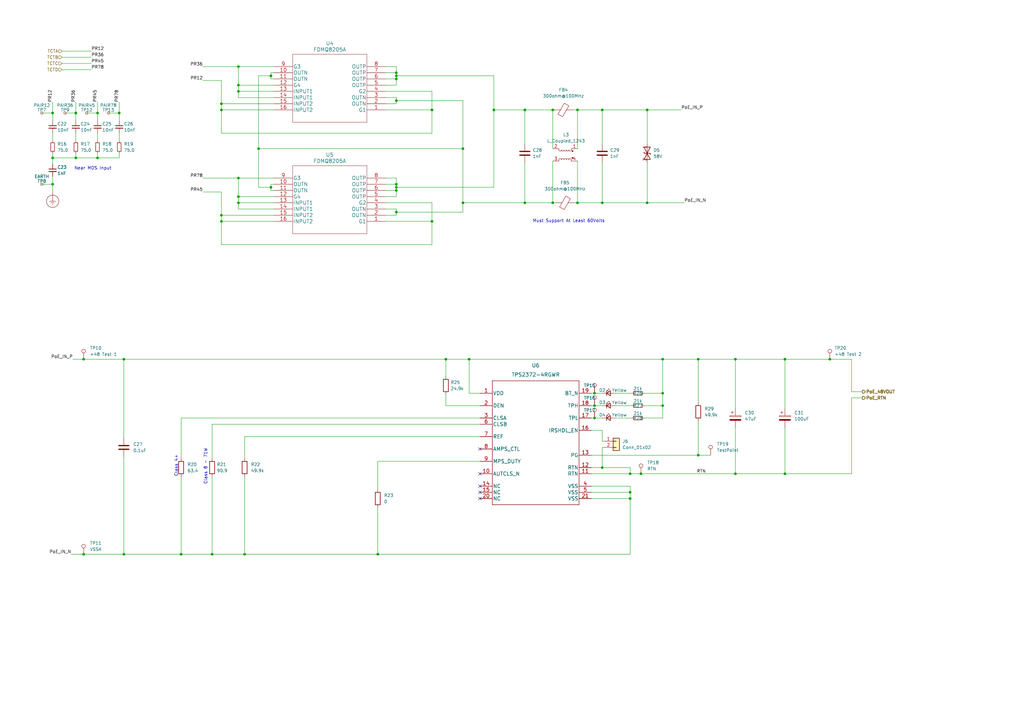
<source format=kicad_sch>
(kicad_sch (version 20211123) (generator eeschema)
  (paper "A3")
  (title_block (title "TPS2372-4 PoE to DC Sub System") (date "2022-07-17") (rev "0.1") (company "Zihao Pu"))
  (lib_symbols
    (symbol "C_Polarized_1" (pin_numbers hide) (pin_names (offset 0.254) hide)
      (property "Reference" "C" (at 0.635 2.54 0))
      (property "Value" "C_Polarized_1" (at 0.635 -2.54 0))
      (symbol "C_Polarized_1_0_1"
        (rectangle (start -2.286 0.508) (end 2.286 1.016))
        (polyline (pts (xy -1.778 2.286) (xy -0.762 2.286)))
        (polyline (pts (xy -1.27 2.794) (xy -1.27 1.778)))
        (rectangle (start 2.286 -0.508) (end -2.286 -1.016) (fill (type outline)))
      )
      (symbol "C_Polarized_1_1_1"
        (pin passive line (at 0 3.81 270) (length 2.794) (name "~") (number "1"))
        (pin passive line (at 0 -3.81 90) (length 2.794) (name "~") (number "2"))
      )
    )
    (symbol "Connector:TestPoint" (pin_numbers hide) (pin_names (offset 0.762) hide)
      (property "Reference" "TP" (at 0 6.858 0))
      (property "Value" "TestPoint" (at 0 5.08 0))
      (symbol "TestPoint_0_1"
        (circle (center 0 3.302) (radius 0.762))
      )
      (symbol "TestPoint_1_1"
        (pin passive line (at 0 0 90) (length 2.54) (name "1") (number "1"))
      )
    )
    (symbol "Connector:TestPoint_Small" (pin_numbers hide) (pin_names (offset 0.762) hide)
      (property "Reference" "TP" (at 0 3.81 0))
      (property "Value" "TestPoint_Small" (at 0 2.032 0))
      (symbol "TestPoint_Small_0_1"
        (circle (center 0 0) (radius 0.508))
      )
      (symbol "TestPoint_Small_1_1"
        (pin passive line (at 0 0 90) (length 0) (name "1") (number "1"))
      )
    )
    (symbol "Connector_Generic:Conn_01x02" (pin_names (offset 1.016) hide)
      (property "Reference" "J" (at 0 2.54 0))
      (property "Value" "Conn_01x02" (at 0 -5.08 0))
      (symbol "Conn_01x02_1_1"
        (rectangle (start -1.27 -2.413) (end 0 -2.667) (stroke (width 0.1524)))
        (rectangle (start -1.27 0.127) (end 0 -0.127) (stroke (width 0.1524)))
        (rectangle (start -1.27 1.27) (end 1.27 -3.81) (stroke (width 0.254)) (fill (type background)))
        (pin passive line (at -5.08 0 0) (length 3.81) (name "Pin_1") (number "1"))
        (pin passive line (at -5.08 -2.54 0) (length 3.81) (name "Pin_2") (number "2"))
      )
    )
    (symbol "Device:C" (pin_numbers hide) (pin_names (offset 0.254))
      (property "Reference" "C" (at 0.635 2.54 0))
      (property "Value" "C" (at 0.635 -2.54 0))
      (symbol "C_0_1"
        (polyline (pts (xy -2.032 -0.762) (xy 2.032 -0.762)) (stroke (width 0.508)))
        (polyline (pts (xy -2.032 0.762) (xy 2.032 0.762)) (stroke (width 0.508)))
      )
      (symbol "C_1_1"
        (pin passive line (at 0 3.81 270) (length 2.794) (name "~") (number "1"))
        (pin passive line (at 0 -3.81 90) (length 2.794) (name "~") (number "2"))
      )
    )
    (symbol "Device:C_Polarized" (pin_numbers hide) (pin_names (offset 0.254))
      (property "Reference" "C" (at 0.635 2.54 0))
      (property "Value" "C_Polarized" (at 0.635 -2.54 0))
      (symbol "C_Polarized_0_1"
        (rectangle (start -2.286 0.508) (end 2.286 1.016))
        (polyline (pts (xy -1.778 2.286) (xy -0.762 2.286)))
        (polyline (pts (xy -1.27 2.794) (xy -1.27 1.778)))
        (rectangle (start 2.286 -0.508) (end -2.286 -1.016) (fill (type outline)))
      )
      (symbol "C_Polarized_1_1"
        (pin passive line (at 0 3.81 270) (length 2.794) (name "~") (number "1"))
        (pin passive line (at 0 -3.81 90) (length 2.794) (name "~") (number "2"))
      )
    )
    (symbol "Device:C_Small" (pin_numbers hide) (pin_names (offset 0.254) hide)
      (property "Reference" "C" (at 0.254 1.778 0))
      (property "Value" "C_Small" (at 0.254 -2.032 0))
      (symbol "C_Small_0_1"
        (polyline (pts (xy -1.524 -0.508) (xy 1.524 -0.508)) (stroke (width 0.3302)))
        (polyline (pts (xy -1.524 0.508) (xy 1.524 0.508)) (stroke (width 0.3048)))
      )
      (symbol "C_Small_1_1"
        (pin passive line (at 0 2.54 270) (length 2.032) (name "~") (number "1"))
        (pin passive line (at 0 -2.54 90) (length 2.032) (name "~") (number "2"))
      )
    )
    (symbol "Device:D_TVS" (pin_names (offset 1.016) hide)
      (property "Reference" "D" (at 0 2.54 0))
      (property "Value" "D_TVS" (at 0 -2.54 0))
      (symbol "D_TVS_0_1"
        (polyline (pts (xy 1.27 0) (xy -1.27 0)))
        (polyline (pts (xy 0.508 1.27) (xy 0 1.27) (xy 0 -1.27) (xy -0.508 -1.27)) (stroke (width 0.254)))
        (polyline (pts (xy -2.54 1.27) (xy -2.54 -1.27) (xy 2.54 1.27) (xy 2.54 -1.27) (xy -2.54 1.27)) (stroke (width 0.254)))
      )
      (symbol "D_TVS_1_1"
        (pin passive line (at -3.81 0 0) (length 2.54) (name "A1") (number "1"))
        (pin passive line (at 3.81 0 180) (length 2.54) (name "A2") (number "2"))
      )
    )
    (symbol "Device:FerriteBead" (pin_numbers hide) (pin_names (offset 0))
      (property "Reference" "FB" (at -3.81 0.635 90))
      (property "Value" "FerriteBead" (at 3.81 0 90))
      (symbol "FerriteBead_0_1"
        (polyline (pts (xy 0 -1.27) (xy 0 -1.2192)))
        (polyline (pts (xy 0 1.27) (xy 0 1.2954)))
        (polyline (pts (xy -2.7686 0.4064) (xy -1.7018 2.2606) (xy 2.7686 -0.3048) (xy 1.6764 -2.159) (xy -2.7686 0.4064)))
      )
      (symbol "FerriteBead_1_1"
        (pin passive line (at 0 3.81 270) (length 2.54) (name "~") (number "1"))
        (pin passive line (at 0 -3.81 90) (length 2.54) (name "~") (number "2"))
      )
    )
    (symbol "Device:LED_Small" (pin_numbers hide) (pin_names (offset 0.254) hide)
      (property "Reference" "D" (at -1.27 3.175 0))
      (property "Value" "LED_Small" (at -4.445 -2.54 0))
      (symbol "LED_Small_0_1"
        (polyline (pts (xy -0.762 -1.016) (xy -0.762 1.016)) (stroke (width 0.254)))
        (polyline (pts (xy 1.016 0) (xy -0.762 0)))
        (polyline (pts (xy 0.762 -1.016) (xy -0.762 0) (xy 0.762 1.016) (xy 0.762 -1.016)) (stroke (width 0.254)))
        (polyline (pts (xy 0 0.762) (xy -0.508 1.27) (xy -0.254 1.27) (xy -0.508 1.27) (xy -0.508 1.016)))
        (polyline (pts (xy 0.508 1.27) (xy 0 1.778) (xy 0.254 1.778) (xy 0 1.778) (xy 0 1.524)))
      )
      (symbol "LED_Small_1_1"
        (pin passive line (at -2.54 0 0) (length 1.778) (name "K") (number "1"))
        (pin passive line (at 2.54 0 180) (length 1.778) (name "A") (number "2"))
      )
    )
    (symbol "Device:L_Coupled_1243" (pin_names (offset 0.254) hide)
      (property "Reference" "L" (at 0 4.445 0))
      (property "Value" "L_Coupled_1243" (at 0 -4.445 0))
      (symbol "L_Coupled_1243_0_1"
        (circle (center -3.048 -1.27) (radius 0.254) (fill (type outline)))
        (circle (center -3.048 1.524) (radius 0.254) (fill (type outline)))
        (arc (start -2.54 2.032) (mid -2.032 1.524) (end -1.524 2.032))
        (arc (start -1.524 -2.032) (mid -2.032 -1.524) (end -2.54 -2.032))
        (arc (start -1.524 2.032) (mid -1.016 1.524) (end -0.508 2.032))
        (arc (start -0.508 -2.032) (mid -1.016 -1.524) (end -1.524 -2.032))
        (arc (start -0.508 2.032) (mid 0 1.524) (end 0.508 2.032))
        (polyline (pts (xy -2.54 -2.032) (xy -2.54 -2.54)))
        (polyline (pts (xy -2.54 2.032) (xy -2.54 2.54)))
        (polyline (pts (xy 2.54 -2.032) (xy 2.54 -2.54)))
        (polyline (pts (xy 2.54 2.54) (xy 2.54 2.032)))
        (arc (start 0.508 -2.032) (mid 0 -1.524) (end -0.508 -2.032))
        (arc (start 0.508 2.032) (mid 1.016 1.524) (end 1.524 2.032))
        (arc (start 1.524 -2.032) (mid 1.016 -1.524) (end 0.508 -2.032))
        (arc (start 1.524 2.032) (mid 2.032 1.524) (end 2.54 2.032))
        (arc (start 2.54 -2.032) (mid 2.032 -1.524) (end 1.524 -2.032))
      )
      (symbol "L_Coupled_1243_1_1"
        (pin passive line (at -5.08 2.54 0) (length 2.54) (name "1") (number "1"))
        (pin passive line (at 5.08 2.54 180) (length 2.54) (name "2") (number "2"))
        (pin passive line (at 5.08 -2.54 180) (length 2.54) (name "3") (number "3"))
        (pin passive line (at -5.08 -2.54 0) (length 2.54) (name "4") (number "4"))
      )
    )
    (symbol "Device:R" (pin_numbers hide) (pin_names (offset 0))
      (property "Reference" "R" (at 2.032 0 90))
      (property "Value" "R" (at 0 0 90))
      (symbol "R_0_1"
        (rectangle (start -1.016 -2.54) (end 1.016 2.54) (stroke (width 0.254)))
      )
      (symbol "R_1_1"
        (pin passive line (at 0 3.81 270) (length 1.27) (name "~") (number "1"))
        (pin passive line (at 0 -3.81 90) (length 1.27) (name "~") (number "2"))
      )
    )
    (symbol "Device:R_Small" (pin_numbers hide) (pin_names (offset 0.254) hide)
      (property "Reference" "R" (at 0.762 0.508 0))
      (property "Value" "R_Small" (at 0.762 -1.016 0))
      (symbol "R_Small_0_1"
        (rectangle (start -0.762 1.778) (end 0.762 -1.778) (stroke (width 0.2032)))
      )
      (symbol "R_Small_1_1"
        (pin passive line (at 0 2.54 270) (length 0.762) (name "~") (number "1"))
        (pin passive line (at 0 -2.54 90) (length 0.762) (name "~") (number "2"))
      )
    )
    (symbol "FDMQ8205A:FDMQ8205A" (pin_names (offset 0.254))
      (property "Reference" "U" (at 22.86 10.16 0))
      (property "Value" "FDMQ8205A" (at 22.86 7.62 0))
      (symbol "FDMQ8205A_1_1"
        (polyline (pts (xy 7.62 -22.86) (xy 38.1 -22.86)) (stroke (width 0.127)))
        (polyline (pts (xy 7.62 5.08) (xy 7.62 -22.86)) (stroke (width 0.127)))
        (polyline (pts (xy 38.1 -22.86) (xy 38.1 5.08)) (stroke (width 0.127)))
        (polyline (pts (xy 38.1 5.08) (xy 7.62 5.08)) (stroke (width 0.127)))
        (pin unspecified line (at 0 0 0) (length 7.62) (name "G1") (number "1"))
        (pin output line (at 45.72 -15.24 180) (length 7.62) (name "OUTN") (number "10"))
        (pin output line (at 45.72 -12.7 180) (length 7.62) (name "OUTN") (number "11"))
        (pin unspecified line (at 45.72 -10.16 180) (length 7.62) (name "G4") (number "12"))
        (pin input line (at 45.72 -7.62 180) (length 7.62) (name "INPUT1") (number "13"))
        (pin input line (at 45.72 -5.08 180) (length 7.62) (name "INPUT1") (number "14"))
        (pin input line (at 45.72 -2.54 180) (length 7.62) (name "INPUT2") (number "15"))
        (pin input line (at 45.72 0 180) (length 7.62) (name "INPUT2") (number "16"))
        (pin output line (at 0 -2.54 0) (length 7.62) (name "OUTN") (number "2"))
        (pin output line (at 0 -5.08 0) (length 7.62) (name "OUTN") (number "3"))
        (pin unspecified line (at 0 -7.62 0) (length 7.62) (name "G2") (number "4"))
        (pin output line (at 0 -10.16 0) (length 7.62) (name "OUTP") (number "5"))
        (pin output line (at 0 -12.7 0) (length 7.62) (name "OUTP") (number "6"))
        (pin output line (at 0 -15.24 0) (length 7.62) (name "OUTP") (number "7"))
        (pin output line (at 0 -17.78 0) (length 7.62) (name "OUTP") (number "8"))
        (pin unspecified line (at 45.72 -17.78 180) (length 7.62) (name "G3") (number "9"))
      )
    )
    (symbol "TPS2372:TPS2372-3RGWR" (pin_names (offset 0.254))
      (property "Reference" "U" (at 0 2.54 0))
      (property "Value" "TPS2372-3RGWR" (at 0 0 0))
      (symbol "TPS2372-3RGWR_1_1"
        (polyline (pts (xy -17.78 -25.4) (xy 17.78 -25.4)) (stroke (width 0.2032)))
        (polyline (pts (xy -17.78 25.4) (xy -17.78 -25.4)) (stroke (width 0.2032)))
        (polyline (pts (xy 17.78 -25.4) (xy 17.78 25.4)) (stroke (width 0.2032)))
        (polyline (pts (xy 17.78 25.4) (xy -17.78 25.4)) (stroke (width 0.2032)))
        (pin power_in line (at -22.86 20.32 0) (length 5.08) (name "VDD") (number "1"))
        (pin input line (at -22.86 -12.7 0) (length 5.08) (name "AUTCLS_N") (number "10"))
        (pin power_in line (at 22.86 -12.7 180) (length 5.08) (name "RTN") (number "11"))
        (pin power_in line (at 22.86 -10.16 180) (length 5.08) (name "RTN") (number "12"))
        (pin open_collector line (at 22.86 -5.08 180) (length 5.08) (name "PG") (number "13"))
        (pin unspecified line (at -22.86 -17.78 0) (length 5.08) (name "NC") (number "14"))
        (pin unspecified line (at -22.86 -20.32 0) (length 5.08) (name "NC") (number "15"))
        (pin input line (at 22.86 5.08 180) (length 5.08) (name "IRSHDL_EN") (number "16"))
        (pin output line (at 22.86 10.16 180) (length 5.08) (name "TPL") (number "17"))
        (pin output line (at 22.86 15.24 180) (length 5.08) (name "TPH") (number "18"))
        (pin input line (at 22.86 20.32 180) (length 5.08) (name "BT_N") (number "19"))
        (pin bidirectional line (at -22.86 15.24 0) (length 5.08) (name "DEN") (number "2"))
        (pin unspecified line (at -22.86 -22.86 0) (length 5.08) (name "NC") (number "20"))
        (pin power_in line (at 22.86 -22.86 180) (length 5.08) (name "VSS") (number "21"))
        (pin output line (at -22.86 10.16 0) (length 5.08) (name "CLSA") (number "3"))
        (pin power_in line (at 22.86 -17.78 180) (length 5.08) (name "VSS") (number "4"))
        (pin power_in line (at 22.86 -20.32 180) (length 5.08) (name "VSS") (number "5"))
        (pin output line (at -22.86 7.62 0) (length 5.08) (name "CLSB") (number "6"))
        (pin output line (at -22.86 2.54 0) (length 5.08) (name "REF") (number "7"))
        (pin output line (at -22.86 -2.54 0) (length 5.08) (name "AMPS_CTL") (number "8"))
        (pin input line (at -22.86 -7.62 0) (length 5.08) (name "MPS_DUTY") (number "9"))
      )
    )
    (symbol "power:Earth_Protective" (power) (pin_names (offset 0))
      (symbol "Earth_Protective_0_1"
        (circle (center 0 -3.81) (radius 2.54))
        (polyline (pts (xy -0.635 -4.445) (xy 0.635 -4.445)))
        (polyline (pts (xy -0.127 -5.08) (xy 0.127 -5.08)))
        (polyline (pts (xy 0 -3.81) (xy 0 0)))
        (polyline (pts (xy 1.27 -3.81) (xy -1.27 -3.81)))
      )
      (symbol "Earth_Protective_1_1"
        (pin power_in line (at 0 0 270) (length 0) hide (name "Earth_Protective") (number "1"))
      )
    )
  )
  (junction (at 321.945 194.31))
  (junction (at 243.84 171.45))
  (junction (at 226.695 45.085))
  (junction (at 162.56 31.115))
  (junction (at 162.56 41.275))
  (junction (at 226.695 83.185))
  (junction (at 271.78 166.37))
  (junction (at 265.43 45.085))
  (junction (at 90.805 88.265))
  (junction (at 258.445 204.47))
  (junction (at 90.805 90.805))
  (junction (at 202.565 45.085))
  (junction (at 301.625 147.32))
  (junction (at 162.56 75.565))
  (junction (at 177.165 90.805))
  (junction (at 301.625 194.31))
  (junction (at 262.89 194.31))
  (junction (at 258.445 194.31))
  (junction (at 321.945 147.32))
  (junction (at 189.865 60.96))
  (junction (at 265.43 83.185))
  (junction (at 74.295 227.33))
  (junction (at 48.895 46.355))
  (junction (at 21.59 46.355))
  (junction (at 111.125 76.835))
  (junction (at 31.115 64.77))
  (junction (at 243.84 161.29))
  (junction (at 258.445 201.93))
  (junction (at 31.115 46.355))
  (junction (at 97.79 83.185))
  (junction (at 286.385 147.32))
  (junction (at 34.29 227.33))
  (junction (at 243.84 166.37))
  (junction (at 21.59 75.565))
  (junction (at 111.125 31.115))
  (junction (at 177.165 45.085))
  (junction (at 97.79 27.305))
  (junction (at 271.78 161.29))
  (junction (at 21.59 64.77))
  (junction (at 97.79 80.645))
  (junction (at 340.36 147.32))
  (junction (at 271.78 147.32))
  (junction (at 50.8 227.33))
  (junction (at 40.005 64.77))
  (junction (at 286.385 186.69))
  (junction (at 100.33 227.33))
  (junction (at 189.865 83.185))
  (junction (at 247.015 191.77))
  (junction (at 236.855 45.085))
  (junction (at 215.265 45.085))
  (junction (at 162.56 86.995))
  (junction (at 97.79 37.465))
  (junction (at 106.045 60.96))
  (junction (at 50.8 147.32))
  (junction (at 247.015 45.085))
  (junction (at 86.995 227.33))
  (junction (at 97.79 73.025))
  (junction (at 215.265 83.185))
  (junction (at 162.56 78.105))
  (junction (at 192.405 147.32))
  (junction (at 97.79 34.925))
  (junction (at 34.29 147.32))
  (junction (at 162.56 32.385))
  (junction (at 90.805 45.085))
  (junction (at 247.015 83.185))
  (junction (at 182.88 147.32))
  (junction (at 90.805 42.545))
  (junction (at 40.005 46.355))
  (junction (at 162.56 29.845))
  (junction (at 162.56 76.835))
  (junction (at 236.855 83.185))
  (junction (at 154.94 227.33))
  (no_connect (at 196.85 199.39))
  (no_connect (at 196.85 204.47))
  (no_connect (at 196.85 201.93))
  (no_connect (at 196.85 184.15))
  (no_connect (at 196.85 194.31))
  (wire (pts (xy 90.805 78.74) (xy 90.805 88.265)))
  (wire (pts (xy 258.445 194.31) (xy 262.89 194.31)))
  (wire (pts (xy 321.945 194.31) (xy 349.25 194.31)))
  (wire (pts (xy 162.56 31.115) (xy 202.565 31.115)))
  (wire (pts (xy 265.43 83.185) (xy 280.67 83.185)))
  (wire (pts (xy 106.045 76.835) (xy 111.125 76.835)))
  (wire (pts (xy 83.185 78.74) (xy 90.805 78.74)))
  (wire (pts (xy 349.25 147.32) (xy 349.25 160.655)))
  (wire (pts (xy 106.045 31.115) (xy 111.125 31.115)))
  (wire (pts (xy 83.185 33.02) (xy 90.805 33.02)))
  (wire (pts (xy 158.115 29.845) (xy 162.56 29.845)))
  (wire (pts (xy 215.265 83.185) (xy 226.695 83.185)))
  (wire (pts (xy 234.95 45.085) (xy 236.855 45.085)))
  (wire (pts (xy 286.385 147.32) (xy 286.385 165.1)))
  (wire (pts (xy 242.57 171.45) (xy 243.84 171.45)))
  (wire (pts (xy 215.265 45.085) (xy 215.265 59.055)))
  (wire (pts (xy 158.115 45.085) (xy 177.165 45.085)))
  (wire (pts (xy 158.115 42.545) (xy 162.56 42.545)))
  (wire (pts (xy 258.445 201.93) (xy 258.445 204.47)))
  (wire (pts (xy 349.25 160.655) (xy 353.695 160.655)))
  (wire (pts (xy 247.015 183.515) (xy 247.65 183.515)))
  (wire (pts (xy 162.56 41.275) (xy 162.56 42.545)))
  (wire (pts (xy 226.695 45.085) (xy 226.695 60.96)))
  (wire (pts (xy 252.095 161.29) (xy 259.08 161.29)))
  (wire (pts (xy 112.395 29.845) (xy 111.125 29.845)))
  (wire (pts (xy 162.56 40.005) (xy 162.56 41.275)))
  (wire (pts (xy 112.395 37.465) (xy 97.79 37.465)))
  (wire (pts (xy 236.855 45.085) (xy 236.855 60.96)))
  (wire (pts (xy 100.33 195.58) (xy 100.33 227.33)))
  (wire (pts (xy 44.45 46.355) (xy 48.895 46.355)))
  (wire (pts (xy 106.045 60.96) (xy 106.045 76.835)))
  (wire (pts (xy 265.43 45.085) (xy 265.43 59.055)))
  (wire (pts (xy 353.695 163.195) (xy 349.25 163.195)))
  (wire (pts (xy 202.565 45.085) (xy 202.565 76.835)))
  (wire (pts (xy 34.29 227.33) (xy 50.8 227.33)))
  (wire (pts (xy 196.85 161.29) (xy 192.405 161.29)))
  (wire (pts (xy 162.56 78.105) (xy 162.56 76.835)))
  (wire (pts (xy 321.945 147.32) (xy 340.36 147.32)))
  (wire (pts (xy 226.695 83.185) (xy 227.965 83.185)))
  (wire (pts (xy 86.995 195.58) (xy 86.995 227.33)))
  (wire (pts (xy 177.165 37.465) (xy 158.115 37.465)))
  (wire (pts (xy 349.25 163.195) (xy 349.25 194.31)))
  (wire (pts (xy 86.995 173.99) (xy 196.85 173.99)))
  (wire (pts (xy 242.57 191.77) (xy 247.015 191.77)))
  (wire (pts (xy 158.115 90.805) (xy 177.165 90.805)))
  (wire (pts (xy 40.005 64.77) (xy 48.895 64.77)))
  (wire (pts (xy 271.78 147.32) (xy 286.385 147.32)))
  (wire (pts (xy 226.695 66.04) (xy 226.695 83.185)))
  (wire (pts (xy 162.56 76.835) (xy 202.565 76.835)))
  (wire (pts (xy 243.84 171.45) (xy 247.015 171.45)))
  (wire (pts (xy 25.4 26.035) (xy 37.465 26.035)))
  (wire (pts (xy 158.115 78.105) (xy 162.56 78.105)))
  (wire (pts (xy 265.43 66.675) (xy 265.43 83.185)))
  (wire (pts (xy 162.56 32.385) (xy 162.56 31.115)))
  (wire (pts (xy 83.185 73.025) (xy 97.79 73.025)))
  (wire (pts (xy 111.125 32.385) (xy 112.395 32.385)))
  (wire (pts (xy 90.805 45.085) (xy 112.395 45.085)))
  (wire (pts (xy 90.805 88.265) (xy 90.805 90.805)))
  (wire (pts (xy 264.16 161.29) (xy 271.78 161.29)))
  (wire (pts (xy 21.59 46.355) (xy 21.59 49.53)))
  (wire (pts (xy 97.79 73.025) (xy 97.79 80.645)))
  (wire (pts (xy 35.56 46.355) (xy 40.005 46.355)))
  (wire (pts (xy 112.395 40.005) (xy 97.79 40.005)))
  (wire (pts (xy 182.88 147.32) (xy 192.405 147.32)))
  (wire (pts (xy 50.8 147.32) (xy 182.88 147.32)))
  (wire (pts (xy 162.56 34.925) (xy 162.56 32.385)))
  (wire (pts (xy 158.115 88.265) (xy 162.56 88.265)))
  (wire (pts (xy 48.895 41.91) (xy 48.895 46.355)))
  (wire (pts (xy 48.895 54.61) (xy 48.895 57.785)))
  (wire (pts (xy 202.565 45.085) (xy 215.265 45.085)))
  (wire (pts (xy 74.295 227.33) (xy 86.995 227.33)))
  (wire (pts (xy 17.145 75.565) (xy 21.59 75.565)))
  (wire (pts (xy 247.015 180.975) (xy 247.015 176.53)))
  (wire (pts (xy 111.125 29.845) (xy 111.125 31.115)))
  (wire (pts (xy 21.59 75.565) (xy 21.59 78.74)))
  (wire (pts (xy 31.115 41.91) (xy 31.115 46.355)))
  (wire (pts (xy 189.865 83.185) (xy 215.265 83.185)))
  (wire (pts (xy 182.88 166.37) (xy 196.85 166.37)))
  (wire (pts (xy 247.015 45.085) (xy 247.015 59.055)))
  (wire (pts (xy 252.095 166.37) (xy 259.08 166.37)))
  (wire (pts (xy 90.805 90.805) (xy 90.805 100.33)))
  (wire (pts (xy 31.115 46.355) (xy 31.115 49.53)))
  (wire (pts (xy 40.005 46.355) (xy 40.005 49.53)))
  (wire (pts (xy 97.79 34.925) (xy 97.79 37.465)))
  (wire (pts (xy 262.89 194.31) (xy 301.625 194.31)))
  (wire (pts (xy 177.165 45.085) (xy 177.165 54.61)))
  (wire (pts (xy 162.56 76.835) (xy 162.56 75.565)))
  (wire (pts (xy 177.165 37.465) (xy 177.165 45.085)))
  (wire (pts (xy 301.625 167.64) (xy 301.625 147.32)))
  (wire (pts (xy 26.67 46.355) (xy 31.115 46.355)))
  (wire (pts (xy 243.84 166.37) (xy 247.015 166.37)))
  (wire (pts (xy 158.115 32.385) (xy 162.56 32.385)))
  (wire (pts (xy 90.805 33.02) (xy 90.805 42.545)))
  (wire (pts (xy 264.16 166.37) (xy 271.78 166.37)))
  (wire (pts (xy 29.21 227.33) (xy 34.29 227.33)))
  (wire (pts (xy 97.79 34.925) (xy 112.395 34.925)))
  (wire (pts (xy 21.59 64.77) (xy 31.115 64.77)))
  (wire (pts (xy 182.88 161.925) (xy 182.88 166.37)))
  (wire (pts (xy 111.125 76.835) (xy 111.125 78.105)))
  (wire (pts (xy 247.015 45.085) (xy 265.43 45.085)))
  (wire (pts (xy 90.805 54.61) (xy 177.165 54.61)))
  (wire (pts (xy 258.445 199.39) (xy 258.445 201.93)))
  (wire (pts (xy 271.78 161.29) (xy 271.78 147.32)))
  (wire (pts (xy 50.8 227.33) (xy 74.295 227.33)))
  (wire (pts (xy 271.78 161.29) (xy 271.78 166.37)))
  (wire (pts (xy 83.185 27.305) (xy 97.79 27.305)))
  (wire (pts (xy 162.56 80.645) (xy 162.56 78.105)))
  (wire (pts (xy 48.895 46.355) (xy 48.895 49.53)))
  (wire (pts (xy 97.79 27.305) (xy 112.395 27.305)))
  (wire (pts (xy 162.56 73.025) (xy 158.115 73.025)))
  (wire (pts (xy 90.805 45.085) (xy 90.805 54.61)))
  (wire (pts (xy 202.565 31.115) (xy 202.565 45.085)))
  (wire (pts (xy 301.625 175.26) (xy 301.625 194.31)))
  (wire (pts (xy 162.56 29.845) (xy 162.56 27.305)))
  (wire (pts (xy 196.85 179.07) (xy 100.33 179.07)))
  (wire (pts (xy 215.265 66.675) (xy 215.265 83.185)))
  (wire (pts (xy 111.125 78.105) (xy 112.395 78.105)))
  (wire (pts (xy 158.115 85.725) (xy 162.56 85.725)))
  (wire (pts (xy 177.165 83.185) (xy 158.115 83.185)))
  (wire (pts (xy 340.36 147.32) (xy 349.25 147.32)))
  (wire (pts (xy 74.295 171.45) (xy 196.85 171.45)))
  (wire (pts (xy 264.16 171.45) (xy 271.78 171.45)))
  (wire (pts (xy 242.57 204.47) (xy 258.445 204.47)))
  (wire (pts (xy 112.395 88.265) (xy 90.805 88.265)))
  (wire (pts (xy 236.855 45.085) (xy 247.015 45.085)))
  (wire (pts (xy 301.625 194.31) (xy 321.945 194.31)))
  (wire (pts (xy 21.59 54.61) (xy 21.59 57.785)))
  (wire (pts (xy 162.56 86.995) (xy 162.56 88.265)))
  (wire (pts (xy 215.265 45.085) (xy 226.695 45.085)))
  (wire (pts (xy 97.79 37.465) (xy 97.79 40.005)))
  (wire (pts (xy 25.4 23.495) (xy 37.465 23.495)))
  (wire (pts (xy 90.805 100.33) (xy 177.165 100.33)))
  (wire (pts (xy 31.115 62.865) (xy 31.115 64.77)))
  (wire (pts (xy 247.015 83.185) (xy 265.43 83.185)))
  (wire (pts (xy 177.165 90.805) (xy 177.165 100.33)))
  (wire (pts (xy 243.84 161.29) (xy 247.015 161.29)))
  (wire (pts (xy 242.57 176.53) (xy 247.015 176.53)))
  (wire (pts (xy 25.4 28.575) (xy 37.465 28.575)))
  (wire (pts (xy 158.115 40.005) (xy 162.56 40.005)))
  (wire (pts (xy 162.56 27.305) (xy 158.115 27.305)))
  (wire (pts (xy 236.855 66.04) (xy 236.855 83.185)))
  (wire (pts (xy 189.865 41.275) (xy 189.865 60.96)))
  (wire (pts (xy 40.005 62.865) (xy 40.005 64.77)))
  (wire (pts (xy 97.79 27.305) (xy 97.79 34.925)))
  (wire (pts (xy 321.945 175.26) (xy 321.945 194.31)))
  (wire (pts (xy 247.015 183.515) (xy 247.015 191.77)))
  (wire (pts (xy 247.015 66.675) (xy 247.015 83.185)))
  (wire (pts (xy 258.445 191.77) (xy 258.445 194.31)))
  (wire (pts (xy 265.43 45.085) (xy 279.4 45.085)))
  (wire (pts (xy 112.395 83.185) (xy 97.79 83.185)))
  (wire (pts (xy 21.59 72.39) (xy 21.59 75.565)))
  (wire (pts (xy 247.015 191.77) (xy 258.445 191.77)))
  (wire (pts (xy 192.405 161.29) (xy 192.405 147.32)))
  (wire (pts (xy 74.295 171.45) (xy 74.295 187.96)))
  (wire (pts (xy 34.29 147.32) (xy 50.8 147.32)))
  (wire (pts (xy 189.865 86.995) (xy 189.865 83.185)))
  (wire (pts (xy 154.94 189.23) (xy 154.94 200.66)))
  (wire (pts (xy 247.015 180.975) (xy 247.65 180.975)))
  (wire (pts (xy 258.445 194.31) (xy 242.57 194.31)))
  (wire (pts (xy 154.94 189.23) (xy 196.85 189.23)))
  (wire (pts (xy 242.57 161.29) (xy 243.84 161.29)))
  (wire (pts (xy 106.045 31.115) (xy 106.045 60.96)))
  (wire (pts (xy 97.79 83.185) (xy 97.79 85.725)))
  (wire (pts (xy 40.005 54.61) (xy 40.005 57.785)))
  (wire (pts (xy 177.165 83.185) (xy 177.165 90.805)))
  (wire (pts (xy 162.56 31.115) (xy 162.56 29.845)))
  (wire (pts (xy 21.59 62.865) (xy 21.59 64.77)))
  (wire (pts (xy 258.445 227.33) (xy 258.445 204.47)))
  (wire (pts (xy 226.695 45.085) (xy 227.33 45.085)))
  (wire (pts (xy 158.115 80.645) (xy 162.56 80.645)))
  (wire (pts (xy 158.115 34.925) (xy 162.56 34.925)))
  (wire (pts (xy 242.57 186.69) (xy 286.385 186.69)))
  (wire (pts (xy 29.845 147.32) (xy 34.29 147.32)))
  (wire (pts (xy 31.115 54.61) (xy 31.115 57.785)))
  (wire (pts (xy 97.79 73.025) (xy 112.395 73.025)))
  (wire (pts (xy 189.865 60.96) (xy 189.865 83.185)))
  (wire (pts (xy 111.125 31.115) (xy 111.125 32.385)))
  (wire (pts (xy 86.995 187.96) (xy 86.995 173.99)))
  (wire (pts (xy 286.385 186.69) (xy 291.465 186.69)))
  (wire (pts (xy 90.805 42.545) (xy 90.805 45.085)))
  (wire (pts (xy 242.57 199.39) (xy 258.445 199.39)))
  (wire (pts (xy 162.56 85.725) (xy 162.56 86.995)))
  (wire (pts (xy 21.59 64.77) (xy 21.59 67.31)))
  (wire (pts (xy 112.395 42.545) (xy 90.805 42.545)))
  (wire (pts (xy 236.855 83.185) (xy 247.015 83.185)))
  (wire (pts (xy 40.005 41.91) (xy 40.005 46.355)))
  (wire (pts (xy 86.995 227.33) (xy 100.33 227.33)))
  (wire (pts (xy 111.125 75.565) (xy 111.125 76.835)))
  (wire (pts (xy 112.395 75.565) (xy 111.125 75.565)))
  (wire (pts (xy 162.56 75.565) (xy 162.56 73.025)))
  (wire (pts (xy 162.56 41.275) (xy 189.865 41.275)))
  (wire (pts (xy 236.855 83.185) (xy 235.585 83.185)))
  (wire (pts (xy 286.385 186.69) (xy 286.385 172.72)))
  (wire (pts (xy 97.79 80.645) (xy 112.395 80.645)))
  (wire (pts (xy 271.78 166.37) (xy 271.78 171.45)))
  (wire (pts (xy 252.095 171.45) (xy 259.08 171.45)))
  (wire (pts (xy 106.045 60.96) (xy 189.865 60.96)))
  (wire (pts (xy 154.94 208.28) (xy 154.94 227.33)))
  (wire (pts (xy 21.59 41.91) (xy 21.59 46.355)))
  (wire (pts (xy 301.625 147.32) (xy 321.945 147.32)))
  (wire (pts (xy 25.4 20.955) (xy 37.465 20.955)))
  (wire (pts (xy 100.33 227.33) (xy 154.94 227.33)))
  (wire (pts (xy 100.33 179.07) (xy 100.33 187.96)))
  (wire (pts (xy 50.8 187.325) (xy 50.8 227.33)))
  (wire (pts (xy 242.57 201.93) (xy 258.445 201.93)))
  (wire (pts (xy 286.385 147.32) (xy 301.625 147.32)))
  (wire (pts (xy 48.895 62.865) (xy 48.895 64.77)))
  (wire (pts (xy 40.005 64.77) (xy 31.115 64.77)))
  (wire (pts (xy 50.8 147.32) (xy 50.8 179.705)))
  (wire (pts (xy 321.945 147.32) (xy 321.945 167.64)))
  (wire (pts (xy 162.56 86.995) (xy 189.865 86.995)))
  (wire (pts (xy 112.395 85.725) (xy 97.79 85.725)))
  (wire (pts (xy 90.805 90.805) (xy 112.395 90.805)))
  (wire (pts (xy 182.88 154.305) (xy 182.88 147.32)))
  (wire (pts (xy 192.405 147.32) (xy 271.78 147.32)))
  (wire (pts (xy 154.94 227.33) (xy 258.445 227.33)))
  (wire (pts (xy 74.295 195.58) (xy 74.295 227.33)))
  (wire (pts (xy 242.57 166.37) (xy 243.84 166.37)))
  (wire (pts (xy 17.145 46.355) (xy 21.59 46.355)))
  (wire (pts (xy 158.115 75.565) (xy 162.56 75.565)))
  (wire (pts (xy 97.79 80.645) (xy 97.79 83.185)))
  (text "Class 8 - 71W\n" (at 85.09 198.755 90) (effects (font (size 1.27 1.27)) (justify left bottom)))
  (text "Near MOS Input\n" (at 30.48 69.85 0) (effects (font (size 1.27 1.27)) (justify left bottom)))
  (text "Class 4+\n" (at 73.025 195.58 90) (effects (font (size 1.27 1.27)) (justify left bottom)))
  (text "Must Support At Least 60Volts\n" (at 218.44 91.44 0) (effects (font (size 1.27 1.27)) (justify left bottom)))
  (label "PoE_IN_N" (at 29.21 227.33 180))
  (label "PR12" (at 37.465 20.955 0))
  (label "PR36" (at 83.185 27.305 180))
  (label "PR78" (at 48.895 41.91 90))
  (label "PR45" (at 40.005 41.91 90))
  (label "PR12" (at 21.59 41.91 90))
  (label "PoE_IN_N" (at 280.67 83.185 0))
  (label "PR78" (at 37.465 28.575 0))
  (label "PR12" (at 83.185 33.02 180))
  (label "RTN" (at 285.75 194.31 0))
  (label "PR45" (at 37.465 26.035 0))
  (label "PR36" (at 37.465 23.495 0))
  (label "PoE_IN_P" (at 279.4 45.085 0))
  (label "PR36" (at 31.115 41.91 90))
  (label "PR45" (at 83.185 78.74 180))
  (label "PoE_IN_P" (at 29.845 147.32 180))
  (label "PR78" (at 83.185 73.025 180))
  (hierarchical_label "TCTB" (shape input) (at 25.4 23.495 180))
  (hierarchical_label "TCTD" (shape input) (at 25.4 28.575 180))
  (hierarchical_label "PoE_RTN" (shape output) (at 353.695 163.195 0) (effects (font bold)))
  (hierarchical_label "TCTC" (shape input) (at 25.4 26.035 180))
  (hierarchical_label "TCTA" (shape input) (at 25.4 20.955 180))
  (hierarchical_label "PoE_48VOUT" (shape output) (at 353.695 160.655 0) (effects (font bold)))
  (symbol (lib_id "Device:D_TVS") (at 265.43 62.865 270) (unit 1)
    (property "Reference" "D5" (at 267.97 61.5949 90) (effects (justify left)))
    (property "Value" "58V" (at 267.97 64.1349 90) (effects (justify left)))
    (property "Footprint" "Diode_SMD:D_SMB" (effects hide))
    (property "Datasheet" "https://item.szlcsc.com/146395.html" (effects hide))
  )
  (symbol (lib_id "Connector:TestPoint_Small") (at 35.56 46.355 90) (unit 1)
    (property "Reference" "TP12" (at 35.56 45.085 90))
    (property "Value" "PAIR45" (at 35.56 43.18 90))
  )
  (symbol (lib_id "Device:FerriteBead") (at 231.775 83.185 90) (unit 1)
    (property "Reference" "FB5" (at 231.7242 74.93 90))
    (property "Value" "300ohm@100MHz" (at 231.7242 77.47 90))
    (property "Footprint" "Inductor_SMD:L_0603_1608Metric" (effects hide))
    (property "Datasheet" "https://www.we-online.com/catalog/datasheet/742792641.pdf" (effects hide))
    (property "Current" "2A" (effects hide))
    (property "Size" "0603" (effects hide))
  )
  (symbol (lib_id "Connector:TestPoint") (at 34.29 227.33 0) (unit 1)
    (property "Reference" "TP11" (at 36.83 222.7579 0) (effects (justify left)))
    (property "Value" "VSSA" (at 36.83 225.2979 0) (effects (justify left)))
  )
  (symbol (lib_id "Device:R_Small") (at 40.005 60.325 0) (unit 1)
    (property "Reference" "R18" (at 41.91 59.055 0) (effects (justify left)))
    (property "Value" "75.0" (at 41.91 61.595 0) (effects (justify left)))
    (property "Footprint" "Resistor_SMD:R_0603_1608Metric" (effects hide))
  )
  (symbol (lib_id "Device:FerriteBead") (at 231.14 45.085 90) (unit 1)
    (property "Reference" "FB4" (at 231.0892 36.83 90))
    (property "Value" "300ohm@100MHz" (at 231.0892 39.37 90))
    (property "Footprint" "Inductor_SMD:L_0603_1608Metric" (effects hide))
    (property "Datasheet" "https://www.we-online.com/catalog/datasheet/742792641.pdf" (effects hide))
    (property "Current" "2A" (effects hide))
    (property "Size" "0603" (effects hide))
  )
  (symbol (lib_id "power:Earth_Protective") (at 21.59 78.74 0) (unit 1)
    (property "Reference" "#PWR014" (effects hide))
    (property "Value" "Earth_Protective" (effects hide))
  )
  (symbol (lib_id "Connector_Generic:Conn_01x02") (at 252.73 180.975 0) (unit 1)
    (property "Reference" "J6" (at 255.27 180.9749 0) (effects (justify left)))
    (property "Value" "Conn_01x02" (at 255.27 183.5149 0) (effects (justify left)))
    (property "Footprint" "Connector_PinHeader_2.54mm:PinHeader_1x02_P2.54mm_Vertical" (effects hide))
  )
  (symbol (lib_id "Device:L_Coupled_1243") (at 231.775 63.5 0) (mirror y) (unit 1) (in_bom no)
    (property "Reference" "L3" (at 232.156 55.245 0))
    (property "Value" "L_Coupled_1243" (at 232.156 57.785 0))
    (property "Footprint" "PoE_Devices:744272251" (effects hide))
  )
  (symbol (lib_id "Device:C") (at 215.265 62.865 0) (unit 1)
    (property "Reference" "C28" (at 218.44 61.5949 0) (effects (justify left)))
    (property "Value" "1nF" (at 218.44 64.1349 0) (effects (justify left)))
    (property "Footprint" "Capacitor_SMD:C_0603_1608Metric" (effects hide))
    (property "Datasheet" "https://item.szlcsc.com/78567.html" (effects hide))
  )
  (symbol (lib_id "Device:R") (at 182.88 158.115 0) (unit 1)
    (property "Reference" "R25" (at 184.785 156.8449 0) (effects (justify left)))
    (property "Value" "24.9k" (at 184.785 159.3849 0) (effects (justify left)))
    (property "Footprint" "Resistor_SMD:R_0603_1608Metric" (effects hide))
  )
  (symbol (lib_id "Connector:TestPoint") (at 340.36 147.32 0) (unit 1)
    (property "Reference" "TP20" (at 342.265 142.7479 0) (effects (justify left)))
    (property "Value" "+48 Test 2" (at 342.265 145.2879 0) (effects (justify left)))
  )
  (symbol (lib_id "Device:LED_Small") (at 249.555 171.45 0) (unit 1)
    (property "Reference" "D4" (at 247.015 170.18 0))
    (property "Value" "Yellow" (at 254 170.18 0))
    (property "Footprint" "Diode_SMD:D_0603_1608Metric" (effects hide))
    (property "Datasheet" "https://item.szlcsc.com/73147.html" (effects hide))
  )
  (symbol (lib_id "TPS2372:TPS2372-3RGWR") (at 219.71 181.61 0) (unit 1)
    (property "Reference" "U6" (at 219.71 149.86 0) (effects (font (size 1.524 1.524))))
    (property "Value" "TPS2372-4RGWR" (at 219.71 153.67 0) (effects (font (size 1.524 1.524))))
    (property "Footprint" "PoE_Devices:TPS2372-3RGWR" (effects hide))
  )
  (symbol (lib_id "Device:R_Small") (at 261.62 171.45 90) (unit 1)
    (property "Reference" "R28" (at 261.62 171.45 90))
    (property "Value" "21k" (at 261.62 169.545 90))
    (property "Footprint" "Resistor_SMD:R_0603_1608Metric" (effects hide))
  )
  (symbol (lib_id "Connector:TestPoint_Small") (at 26.67 46.355 90) (unit 1)
    (property "Reference" "TP9" (at 26.67 45.085 90))
    (property "Value" "PAIR36" (at 26.67 43.18 90))
  )
  (symbol (lib_id "Device:R_Small") (at 31.115 60.325 0) (unit 1)
    (property "Reference" "R17" (at 33.02 59.055 0) (effects (justify left)))
    (property "Value" "75.0" (at 33.02 61.595 0) (effects (justify left)))
    (property "Footprint" "Resistor_SMD:R_0603_1608Metric" (effects hide))
  )
  (symbol (lib_id "Device:LED_Small") (at 249.555 161.29 0) (unit 1)
    (property "Reference" "D2" (at 247.015 160.02 0))
    (property "Value" "Yellow" (at 254 160.02 0))
    (property "Footprint" "Diode_SMD:D_0603_1608Metric" (effects hide))
    (property "Datasheet" "https://item.szlcsc.com/73147.html" (effects hide))
  )
  (symbol (lib_id "Device:C_Small") (at 21.59 52.07 0) (unit 1)
    (property "Reference" "C22" (at 23.495 50.8 0) (effects (justify left)))
    (property "Value" "10nF" (at 23.495 53.34 0) (effects (justify left)))
    (property "Footprint" "Capacitor_SMD:C_0603_1608Metric" (effects hide))
  )
  (symbol (lib_id "Device:LED_Small") (at 249.555 166.37 0) (unit 1)
    (property "Reference" "D3" (at 247.015 165.1 0))
    (property "Value" "Yellow" (at 254 165.1 0))
    (property "Footprint" "Diode_SMD:D_0603_1608Metric" (effects hide))
    (property "Datasheet" "https://item.szlcsc.com/73147.html" (effects hide))
  )
  (symbol (lib_id "Device:R") (at 100.33 191.77 0) (unit 1)
    (property "Reference" "R22" (at 102.87 190.4999 0) (effects (justify left)))
    (property "Value" "49.9k" (at 102.87 193.0399 0) (effects (justify left)))
    (property "Footprint" "Resistor_SMD:R_0603_1608Metric" (effects hide))
  )
  (symbol (lib_id "Connector:TestPoint_Small") (at 17.145 46.355 90) (unit 1)
    (property "Reference" "TP7" (at 17.145 45.085 90))
    (property "Value" "PAIR12" (at 17.145 43.18 90))
  )
  (symbol (lib_id "Device:C_Small") (at 48.895 52.07 0) (unit 1)
    (property "Reference" "C26" (at 50.8 50.8 0) (effects (justify left)))
    (property "Value" "10nF" (at 50.8 53.34 0) (effects (justify left)))
    (property "Footprint" "Capacitor_SMD:C_0603_1608Metric" (effects hide))
  )
  (symbol (lib_id "Device:R") (at 154.94 204.47 0) (unit 1)
    (property "Reference" "R23" (at 157.48 203.1999 0) (effects (justify left)))
    (property "Value" "0" (at 157.48 205.7399 0) (effects (justify left)))
    (property "Footprint" "Resistor_SMD:R_0603_1608Metric" (effects hide))
  )
  (symbol (lib_id "Connector:TestPoint") (at 243.84 166.37 0) (unit 1)
    (property "Reference" "TP16" (at 239.395 163.195 0) (effects (justify left)))
    (property "Value" "TestPoint" (effects hide))
  )
  (symbol (lib_id "FDMQ8205A:FDMQ8205A") (at 158.115 45.085 180) (unit 1)
    (property "Reference" "U4" (at 135.255 17.78 0) (effects (font (size 1.524 1.524))))
    (property "Value" "FDMQ8205A" (at 135.255 20.32 0) (effects (font (size 1.524 1.524))))
    (property "Footprint" "PoE_Devices:FDMQ8205A" (effects hide))
  )
  (symbol (lib_id "Device:C") (at 50.8 183.515 0) (unit 1)
    (property "Reference" "C27" (at 54.61 182.2449 0) (effects (justify left)))
    (property "Value" "0.1uF" (at 54.61 184.7849 0) (effects (justify left)))
    (property "Footprint" "Capacitor_SMD:C_0805_2012Metric" (effects hide))
    (property "Datasheet" "https://item.szlcsc.com/90438.html" (effects hide))
  )
  (symbol (lib_id "FDMQ8205A:FDMQ8205A") (at 158.115 90.805 180) (unit 1)
    (property "Reference" "U5" (at 135.255 63.5 0) (effects (font (size 1.524 1.524))))
    (property "Value" "FDMQ8205A" (at 135.255 66.04 0) (effects (font (size 1.524 1.524))))
    (property "Footprint" "PoE_Devices:FDMQ8205A" (effects hide))
  )
  (symbol (lib_id "Device:R") (at 86.995 191.77 0) (unit 1)
    (property "Reference" "R21" (at 88.9 190.4999 0) (effects (justify left)))
    (property "Value" "90.9" (at 88.9 193.0399 0) (effects (justify left)))
    (property "Footprint" "Resistor_SMD:R_0603_1608Metric" (effects hide))
  )
  (symbol (lib_id "Connector:TestPoint") (at 262.89 194.31 0) (unit 1)
    (property "Reference" "TP18" (at 265.43 189.7379 0) (effects (justify left)))
    (property "Value" "RTN" (at 265.43 192.2779 0) (effects (justify left)))
  )
  (symbol (lib_id "Device:R_Small") (at 261.62 161.29 90) (unit 1)
    (property "Reference" "R26" (at 261.62 161.29 90))
    (property "Value" "21k" (at 261.62 159.385 90))
    (property "Footprint" "Resistor_SMD:R_0603_1608Metric" (effects hide))
  )
  (symbol (lib_id "Connector:TestPoint_Small") (at 44.45 46.355 90) (unit 1)
    (property "Reference" "TP13" (at 44.45 45.085 90))
    (property "Value" "PAIR78" (at 44.45 43.18 90))
  )
  (symbol (lib_id "Device:R") (at 74.295 191.77 0) (unit 1)
    (property "Reference" "R20" (at 76.835 190.4999 0) (effects (justify left)))
    (property "Value" "63.4" (at 76.835 193.0399 0) (effects (justify left)))
    (property "Footprint" "Resistor_SMD:R_0201_0603Metric" (effects hide))
  )
  (symbol (lib_id "Device:C_Small") (at 31.115 52.07 0) (unit 1)
    (property "Reference" "C24" (at 33.02 50.8 0) (effects (justify left)))
    (property "Value" "10nF" (at 33.02 53.34 0) (effects (justify left)))
    (property "Footprint" "Capacitor_SMD:C_0603_1608Metric" (effects hide))
  )
  (symbol (lib_id "Device:R") (at 286.385 168.91 0) (unit 1)
    (property "Reference" "R29" (at 288.925 167.6399 0) (effects (justify left)))
    (property "Value" "49.9k" (at 288.925 170.1799 0) (effects (justify left)))
    (property "Footprint" "Resistor_SMD:R_0603_1608Metric" (effects hide))
  )
  (symbol (lib_id "Connector:TestPoint_Small") (at 17.145 75.565 90) (unit 1)
    (property "Reference" "TP8" (at 17.145 74.295 90))
    (property "Value" "EARTH" (at 17.145 72.39 90))
  )
  (symbol (lib_id "Connector:TestPoint") (at 243.84 171.45 0) (unit 1)
    (property "Reference" "TP17" (at 239.395 168.275 0) (effects (justify left)))
    (property "Value" "TestPoint" (effects hide))
  )
  (symbol (lib_id "Connector:TestPoint") (at 291.465 186.69 0) (unit 1)
    (property "Reference" "TP19" (at 294.005 182.1179 0) (effects (justify left)))
    (property "Value" "TestPoint" (at 294.005 184.6579 0) (effects (justify left)))
  )
  (symbol (lib_id "Device:R_Small") (at 21.59 60.325 0) (unit 1)
    (property "Reference" "R16" (at 23.495 59.055 0) (effects (justify left)))
    (property "Value" "75.0" (at 23.495 61.595 0) (effects (justify left)))
    (property "Footprint" "Resistor_SMD:R_0603_1608Metric" (effects hide))
  )
  (symbol (lib_id "Device:C_Small") (at 21.59 69.85 0) (unit 1)
    (property "Reference" "C23" (at 23.495 68.58 0) (effects (justify left)))
    (property "Value" "1nF" (at 23.495 71.12 0) (effects (justify left)))
    (property "Footprint" "Capacitor_SMD:C_0603_1608Metric" (effects hide))
  )
  (symbol (lib_id "Device:C_Polarized") (at 321.945 171.45 0) (unit 1)
    (property "Reference" "C31" (at 325.755 169.2909 0) (effects (justify left)))
    (property "Value" "100uF" (at 325.755 171.8309 0) (effects (justify left)))
    (property "Footprint" "Capacitor_SMD:CP_Elec_16x17.5" (effects hide))
  )
  (symbol (lib_id "Connector:TestPoint") (at 243.84 161.29 0) (unit 1)
    (property "Reference" "TP15" (at 239.395 158.115 0) (effects (justify left)))
    (property "Value" "TestPoint" (effects hide))
  )
  (symbol (lib_id "Device:C_Small") (at 40.005 52.07 0) (unit 1)
    (property "Reference" "C25" (at 41.91 50.8 0) (effects (justify left)))
    (property "Value" "10nF" (at 41.91 53.34 0) (effects (justify left)))
    (property "Footprint" "Capacitor_SMD:C_0603_1608Metric" (effects hide))
  )
  (symbol (lib_id "Device:R_Small") (at 261.62 166.37 90) (unit 1)
    (property "Reference" "R27" (at 261.62 166.37 90))
    (property "Value" "21k" (at 261.62 164.465 90))
    (property "Footprint" "Resistor_SMD:R_0603_1608Metric" (effects hide))
  )
  (symbol (lib_name "C_Polarized_1") (lib_id "Device:C_Polarized") (at 301.625 171.45 0) (unit 1) (in_bom no)
    (property "Reference" "C30" (at 305.435 169.2909 0) (effects (justify left)))
    (property "Value" "47uF" (at 305.435 171.8309 0) (effects (justify left)))
    (property "Footprint" "PoE_Devices:EEV-TG2A470Q" (effects hide))
    (property "Spice_Primitive" "C" (effects hide))
    (property "Spice_Model" "47u" (effects hide))
    (property "Spice_Netlist_Enabled" "Y" (effects hide))
  )
  (symbol (lib_id "Device:R_Small") (at 48.895 60.325 0) (unit 1)
    (property "Reference" "R19" (at 50.8 59.055 0) (effects (justify left)))
    (property "Value" "75.0" (at 50.8 61.595 0) (effects (justify left)))
    (property "Footprint" "Resistor_SMD:R_0603_1608Metric" (effects hide))
  )
  (symbol (lib_id "Device:C") (at 247.015 62.865 0) (unit 1)
    (property "Reference" "C29" (at 250.19 61.5949 0) (effects (justify left)))
    (property "Value" "1nF" (at 250.19 64.1349 0) (effects (justify left)))
    (property "Footprint" "Capacitor_SMD:C_0603_1608Metric" (effects hide))
    (property "Datasheet" "https://item.szlcsc.com/78567.html" (effects hide))
  )
  (symbol (lib_id "Connector:TestPoint") (at 34.29 147.32 0) (unit 1)
    (property "Reference" "TP10" (at 36.83 142.7479 0) (effects (justify left)))
    (property "Value" "+48 Test 1" (at 36.83 145.2879 0) (effects (justify left)))
  )
)
</source>
